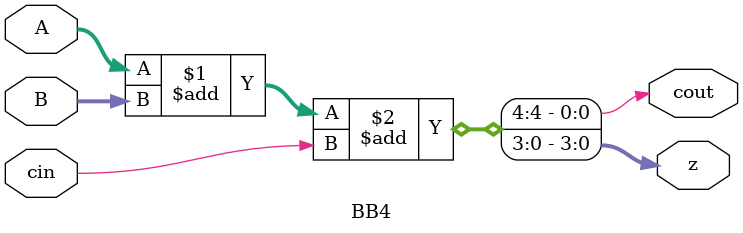
<source format=v>
module BB4(A,B,cin,z,cout);
input[3:0]A,B;
input cin;
output[3:0]z;
output cout;
assign {cout,z}=A+B+cin;
endmodule
</source>
